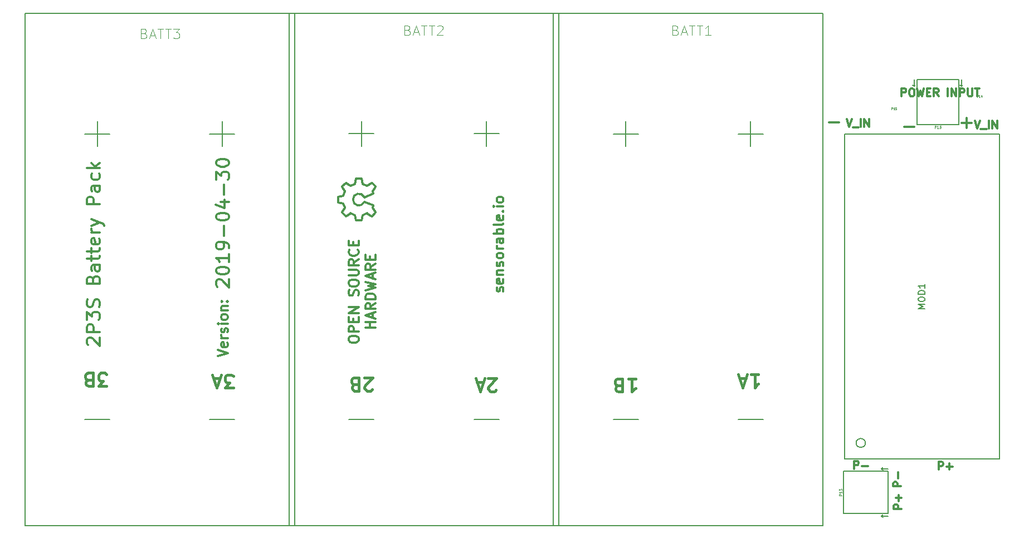
<source format=gto>
G04 #@! TF.GenerationSoftware,KiCad,Pcbnew,(5.0.2)-1*
G04 #@! TF.CreationDate,2019-04-27T17:24:52-04:00*
G04 #@! TF.ProjectId,2p3s-pwr-pack,32703373-2d70-4777-922d-7061636b2e6b,V1*
G04 #@! TF.SameCoordinates,Original*
G04 #@! TF.FileFunction,Legend,Top*
G04 #@! TF.FilePolarity,Positive*
%FSLAX46Y46*%
G04 Gerber Fmt 4.6, Leading zero omitted, Abs format (unit mm)*
G04 Created by KiCad (PCBNEW (5.0.2)-1) date 4/27/2019 5:24:52 PM*
%MOMM*%
%LPD*%
G01*
G04 APERTURE LIST*
%ADD10C,0.300000*%
%ADD11C,0.400000*%
%ADD12C,0.150000*%
%ADD13C,0.100000*%
%ADD14C,0.075000*%
G04 APERTURE END LIST*
D10*
X106679071Y-114339557D02*
X106679071Y-114053842D01*
X106750500Y-113910985D01*
X106893357Y-113768128D01*
X107179071Y-113696700D01*
X107679071Y-113696700D01*
X107964785Y-113768128D01*
X108107642Y-113910985D01*
X108179071Y-114053842D01*
X108179071Y-114339557D01*
X108107642Y-114482414D01*
X107964785Y-114625271D01*
X107679071Y-114696700D01*
X107179071Y-114696700D01*
X106893357Y-114625271D01*
X106750500Y-114482414D01*
X106679071Y-114339557D01*
X108179071Y-113053842D02*
X106679071Y-113053842D01*
X106679071Y-112482414D01*
X106750500Y-112339557D01*
X106821928Y-112268128D01*
X106964785Y-112196700D01*
X107179071Y-112196700D01*
X107321928Y-112268128D01*
X107393357Y-112339557D01*
X107464785Y-112482414D01*
X107464785Y-113053842D01*
X107393357Y-111553842D02*
X107393357Y-111053842D01*
X108179071Y-110839557D02*
X108179071Y-111553842D01*
X106679071Y-111553842D01*
X106679071Y-110839557D01*
X108179071Y-110196700D02*
X106679071Y-110196700D01*
X108179071Y-109339557D01*
X106679071Y-109339557D01*
X108107642Y-107553842D02*
X108179071Y-107339557D01*
X108179071Y-106982414D01*
X108107642Y-106839557D01*
X108036214Y-106768128D01*
X107893357Y-106696700D01*
X107750500Y-106696700D01*
X107607642Y-106768128D01*
X107536214Y-106839557D01*
X107464785Y-106982414D01*
X107393357Y-107268128D01*
X107321928Y-107410985D01*
X107250500Y-107482414D01*
X107107642Y-107553842D01*
X106964785Y-107553842D01*
X106821928Y-107482414D01*
X106750500Y-107410985D01*
X106679071Y-107268128D01*
X106679071Y-106910985D01*
X106750500Y-106696700D01*
X106679071Y-105768128D02*
X106679071Y-105482414D01*
X106750500Y-105339557D01*
X106893357Y-105196700D01*
X107179071Y-105125271D01*
X107679071Y-105125271D01*
X107964785Y-105196700D01*
X108107642Y-105339557D01*
X108179071Y-105482414D01*
X108179071Y-105768128D01*
X108107642Y-105910985D01*
X107964785Y-106053842D01*
X107679071Y-106125271D01*
X107179071Y-106125271D01*
X106893357Y-106053842D01*
X106750500Y-105910985D01*
X106679071Y-105768128D01*
X106679071Y-104482414D02*
X107893357Y-104482414D01*
X108036214Y-104410985D01*
X108107642Y-104339557D01*
X108179071Y-104196700D01*
X108179071Y-103910985D01*
X108107642Y-103768128D01*
X108036214Y-103696700D01*
X107893357Y-103625271D01*
X106679071Y-103625271D01*
X108179071Y-102053842D02*
X107464785Y-102553842D01*
X108179071Y-102910985D02*
X106679071Y-102910985D01*
X106679071Y-102339557D01*
X106750500Y-102196700D01*
X106821928Y-102125271D01*
X106964785Y-102053842D01*
X107179071Y-102053842D01*
X107321928Y-102125271D01*
X107393357Y-102196700D01*
X107464785Y-102339557D01*
X107464785Y-102910985D01*
X108036214Y-100553842D02*
X108107642Y-100625271D01*
X108179071Y-100839557D01*
X108179071Y-100982414D01*
X108107642Y-101196700D01*
X107964785Y-101339557D01*
X107821928Y-101410985D01*
X107536214Y-101482414D01*
X107321928Y-101482414D01*
X107036214Y-101410985D01*
X106893357Y-101339557D01*
X106750500Y-101196700D01*
X106679071Y-100982414D01*
X106679071Y-100839557D01*
X106750500Y-100625271D01*
X106821928Y-100553842D01*
X107393357Y-99910985D02*
X107393357Y-99410985D01*
X108179071Y-99196700D02*
X108179071Y-99910985D01*
X106679071Y-99910985D01*
X106679071Y-99196700D01*
X110729071Y-112446700D02*
X109229071Y-112446700D01*
X109943357Y-112446700D02*
X109943357Y-111589557D01*
X110729071Y-111589557D02*
X109229071Y-111589557D01*
X110300500Y-110946700D02*
X110300500Y-110232414D01*
X110729071Y-111089557D02*
X109229071Y-110589557D01*
X110729071Y-110089557D01*
X110729071Y-108732414D02*
X110014785Y-109232414D01*
X110729071Y-109589557D02*
X109229071Y-109589557D01*
X109229071Y-109018128D01*
X109300500Y-108875271D01*
X109371928Y-108803842D01*
X109514785Y-108732414D01*
X109729071Y-108732414D01*
X109871928Y-108803842D01*
X109943357Y-108875271D01*
X110014785Y-109018128D01*
X110014785Y-109589557D01*
X110729071Y-108089557D02*
X109229071Y-108089557D01*
X109229071Y-107732414D01*
X109300500Y-107518128D01*
X109443357Y-107375271D01*
X109586214Y-107303842D01*
X109871928Y-107232414D01*
X110086214Y-107232414D01*
X110371928Y-107303842D01*
X110514785Y-107375271D01*
X110657642Y-107518128D01*
X110729071Y-107732414D01*
X110729071Y-108089557D01*
X109229071Y-106732414D02*
X110729071Y-106375271D01*
X109657642Y-106089557D01*
X110729071Y-105803842D01*
X109229071Y-105446700D01*
X110300500Y-104946700D02*
X110300500Y-104232414D01*
X110729071Y-105089557D02*
X109229071Y-104589557D01*
X110729071Y-104089557D01*
X110729071Y-102732414D02*
X110014785Y-103232414D01*
X110729071Y-103589557D02*
X109229071Y-103589557D01*
X109229071Y-103018128D01*
X109300500Y-102875271D01*
X109371928Y-102803842D01*
X109514785Y-102732414D01*
X109729071Y-102732414D01*
X109871928Y-102803842D01*
X109943357Y-102875271D01*
X110014785Y-103018128D01*
X110014785Y-103589557D01*
X109943357Y-102089557D02*
X109943357Y-101589557D01*
X110729071Y-101375271D02*
X110729071Y-102089557D01*
X109229071Y-102089557D01*
X109229071Y-101375271D01*
X191135095Y-81829257D02*
X192658904Y-81829257D01*
X182365871Y-80648257D02*
X182765871Y-81848257D01*
X183165871Y-80648257D01*
X183280157Y-81962542D02*
X184194442Y-81962542D01*
X184480157Y-81848257D02*
X184480157Y-80648257D01*
X185051585Y-81848257D02*
X185051585Y-80648257D01*
X185737300Y-81848257D01*
X185737300Y-80648257D01*
X183473857Y-133930957D02*
X183473857Y-132730957D01*
X183931000Y-132730957D01*
X184045285Y-132788100D01*
X184102428Y-132845242D01*
X184159571Y-132959528D01*
X184159571Y-133130957D01*
X184102428Y-133245242D01*
X184045285Y-133302385D01*
X183931000Y-133359528D01*
X183473857Y-133359528D01*
X184673857Y-133473814D02*
X185588142Y-133473814D01*
D11*
X69896666Y-121328538D02*
X68658571Y-121328538D01*
X69325238Y-120566633D01*
X69039523Y-120566633D01*
X68849047Y-120471395D01*
X68753809Y-120376157D01*
X68658571Y-120185680D01*
X68658571Y-119709490D01*
X68753809Y-119519014D01*
X68849047Y-119423776D01*
X69039523Y-119328538D01*
X69610952Y-119328538D01*
X69801428Y-119423776D01*
X69896666Y-119519014D01*
X67134761Y-120376157D02*
X66849047Y-120280919D01*
X66753809Y-120185680D01*
X66658571Y-119995204D01*
X66658571Y-119709490D01*
X66753809Y-119519014D01*
X66849047Y-119423776D01*
X67039523Y-119328538D01*
X67801428Y-119328538D01*
X67801428Y-121328538D01*
X67134761Y-121328538D01*
X66944285Y-121233300D01*
X66849047Y-121138061D01*
X66753809Y-120947585D01*
X66753809Y-120757109D01*
X66849047Y-120566633D01*
X66944285Y-120471395D01*
X67134761Y-120376157D01*
X67801428Y-120376157D01*
X89134809Y-121595238D02*
X87896714Y-121595238D01*
X88563380Y-120833333D01*
X88277666Y-120833333D01*
X88087190Y-120738095D01*
X87991952Y-120642857D01*
X87896714Y-120452380D01*
X87896714Y-119976190D01*
X87991952Y-119785714D01*
X88087190Y-119690476D01*
X88277666Y-119595238D01*
X88849095Y-119595238D01*
X89039571Y-119690476D01*
X89134809Y-119785714D01*
X87134809Y-120166666D02*
X86182428Y-120166666D01*
X87325285Y-119595238D02*
X86658619Y-121595238D01*
X85991952Y-119595238D01*
X129038171Y-121948461D02*
X128942933Y-122043700D01*
X128752457Y-122138938D01*
X128276266Y-122138938D01*
X128085790Y-122043700D01*
X127990552Y-121948461D01*
X127895314Y-121757985D01*
X127895314Y-121567509D01*
X127990552Y-121281795D01*
X129133409Y-120138938D01*
X127895314Y-120138938D01*
X127133409Y-120710366D02*
X126181028Y-120710366D01*
X127323885Y-120138938D02*
X126657219Y-122138938D01*
X125990552Y-120138938D01*
X110245328Y-121859561D02*
X110150090Y-121954800D01*
X109959614Y-122050038D01*
X109483423Y-122050038D01*
X109292947Y-121954800D01*
X109197709Y-121859561D01*
X109102471Y-121669085D01*
X109102471Y-121478609D01*
X109197709Y-121192895D01*
X110340566Y-120050038D01*
X109102471Y-120050038D01*
X107578661Y-121097657D02*
X107292947Y-121002419D01*
X107197709Y-120907180D01*
X107102471Y-120716704D01*
X107102471Y-120430990D01*
X107197709Y-120240514D01*
X107292947Y-120145276D01*
X107483423Y-120050038D01*
X108245328Y-120050038D01*
X108245328Y-122050038D01*
X107578661Y-122050038D01*
X107388185Y-121954800D01*
X107292947Y-121859561D01*
X107197709Y-121669085D01*
X107197709Y-121478609D01*
X107292947Y-121288133D01*
X107388185Y-121192895D01*
X107578661Y-121097657D01*
X108245328Y-121097657D01*
X149158271Y-120202438D02*
X150301128Y-120202438D01*
X149729700Y-120202438D02*
X149729700Y-122202438D01*
X149920176Y-121916723D01*
X150110652Y-121726247D01*
X150301128Y-121631009D01*
X147634461Y-121250057D02*
X147348747Y-121154819D01*
X147253509Y-121059580D01*
X147158271Y-120869104D01*
X147158271Y-120583390D01*
X147253509Y-120392914D01*
X147348747Y-120297676D01*
X147539223Y-120202438D01*
X148301128Y-120202438D01*
X148301128Y-122202438D01*
X147634461Y-122202438D01*
X147443985Y-122107200D01*
X147348747Y-122011961D01*
X147253509Y-121821485D01*
X147253509Y-121631009D01*
X147348747Y-121440533D01*
X147443985Y-121345295D01*
X147634461Y-121250057D01*
X148301128Y-121250057D01*
X167811414Y-119567438D02*
X168954271Y-119567438D01*
X168382842Y-119567438D02*
X168382842Y-121567438D01*
X168573319Y-121281723D01*
X168763795Y-121091247D01*
X168954271Y-120996009D01*
X167049509Y-120138866D02*
X166097128Y-120138866D01*
X167239985Y-119567438D02*
X166573319Y-121567438D01*
X165906652Y-119567438D01*
D10*
X196342857Y-134042857D02*
X196342857Y-132842857D01*
X196800000Y-132842857D01*
X196914285Y-132900000D01*
X196971428Y-132957142D01*
X197028571Y-133071428D01*
X197028571Y-133242857D01*
X196971428Y-133357142D01*
X196914285Y-133414285D01*
X196800000Y-133471428D01*
X196342857Y-133471428D01*
X197542857Y-133585714D02*
X198457142Y-133585714D01*
X198000000Y-134042857D02*
X198000000Y-133128571D01*
X190636457Y-136591542D02*
X189436457Y-136591542D01*
X189436457Y-136134400D01*
X189493600Y-136020114D01*
X189550742Y-135962971D01*
X189665028Y-135905828D01*
X189836457Y-135905828D01*
X189950742Y-135962971D01*
X190007885Y-136020114D01*
X190065028Y-136134400D01*
X190065028Y-136591542D01*
X190179314Y-135391542D02*
X190179314Y-134477257D01*
X190712657Y-140020542D02*
X189512657Y-140020542D01*
X189512657Y-139563400D01*
X189569800Y-139449114D01*
X189626942Y-139391971D01*
X189741228Y-139334828D01*
X189912657Y-139334828D01*
X190026942Y-139391971D01*
X190084085Y-139449114D01*
X190141228Y-139563400D01*
X190141228Y-140020542D01*
X190255514Y-138820542D02*
X190255514Y-137906257D01*
X190712657Y-138363400D02*
X189798371Y-138363400D01*
X201834971Y-80902257D02*
X202234971Y-82102257D01*
X202634971Y-80902257D01*
X202749257Y-82216542D02*
X203663542Y-82216542D01*
X203949257Y-82102257D02*
X203949257Y-80902257D01*
X204520685Y-82102257D02*
X204520685Y-80902257D01*
X205206400Y-82102257D01*
X205206400Y-80902257D01*
X179705095Y-81194257D02*
X181228904Y-81194257D01*
X199847295Y-81245057D02*
X201371104Y-81245057D01*
X200609200Y-82006961D02*
X200609200Y-80483152D01*
X190716628Y-77225457D02*
X190716628Y-76025457D01*
X191173771Y-76025457D01*
X191288057Y-76082600D01*
X191345200Y-76139742D01*
X191402342Y-76254028D01*
X191402342Y-76425457D01*
X191345200Y-76539742D01*
X191288057Y-76596885D01*
X191173771Y-76654028D01*
X190716628Y-76654028D01*
X192145200Y-76025457D02*
X192373771Y-76025457D01*
X192488057Y-76082600D01*
X192602342Y-76196885D01*
X192659485Y-76425457D01*
X192659485Y-76825457D01*
X192602342Y-77054028D01*
X192488057Y-77168314D01*
X192373771Y-77225457D01*
X192145200Y-77225457D01*
X192030914Y-77168314D01*
X191916628Y-77054028D01*
X191859485Y-76825457D01*
X191859485Y-76425457D01*
X191916628Y-76196885D01*
X192030914Y-76082600D01*
X192145200Y-76025457D01*
X193059485Y-76025457D02*
X193345200Y-77225457D01*
X193573771Y-76368314D01*
X193802342Y-77225457D01*
X194088057Y-76025457D01*
X194545200Y-76596885D02*
X194945200Y-76596885D01*
X195116628Y-77225457D02*
X194545200Y-77225457D01*
X194545200Y-76025457D01*
X195116628Y-76025457D01*
X196316628Y-77225457D02*
X195916628Y-76654028D01*
X195630914Y-77225457D02*
X195630914Y-76025457D01*
X196088057Y-76025457D01*
X196202342Y-76082600D01*
X196259485Y-76139742D01*
X196316628Y-76254028D01*
X196316628Y-76425457D01*
X196259485Y-76539742D01*
X196202342Y-76596885D01*
X196088057Y-76654028D01*
X195630914Y-76654028D01*
X197745200Y-77225457D02*
X197745200Y-76025457D01*
X198316628Y-77225457D02*
X198316628Y-76025457D01*
X199002342Y-77225457D01*
X199002342Y-76025457D01*
X199573771Y-77225457D02*
X199573771Y-76025457D01*
X200030914Y-76025457D01*
X200145200Y-76082600D01*
X200202342Y-76139742D01*
X200259485Y-76254028D01*
X200259485Y-76425457D01*
X200202342Y-76539742D01*
X200145200Y-76596885D01*
X200030914Y-76654028D01*
X199573771Y-76654028D01*
X200773771Y-76025457D02*
X200773771Y-76996885D01*
X200830914Y-77111171D01*
X200888057Y-77168314D01*
X201002342Y-77225457D01*
X201230914Y-77225457D01*
X201345200Y-77168314D01*
X201402342Y-77111171D01*
X201459485Y-76996885D01*
X201459485Y-76025457D01*
X201859485Y-76025457D02*
X202545200Y-76025457D01*
X202202342Y-77225457D02*
X202202342Y-76025457D01*
X86706238Y-106214285D02*
X86611000Y-106119047D01*
X86515761Y-105928571D01*
X86515761Y-105452380D01*
X86611000Y-105261904D01*
X86706238Y-105166666D01*
X86896714Y-105071428D01*
X87087190Y-105071428D01*
X87372904Y-105166666D01*
X88515761Y-106309523D01*
X88515761Y-105071428D01*
X86515761Y-103833333D02*
X86515761Y-103642857D01*
X86611000Y-103452380D01*
X86706238Y-103357142D01*
X86896714Y-103261904D01*
X87277666Y-103166666D01*
X87753857Y-103166666D01*
X88134809Y-103261904D01*
X88325285Y-103357142D01*
X88420523Y-103452380D01*
X88515761Y-103642857D01*
X88515761Y-103833333D01*
X88420523Y-104023809D01*
X88325285Y-104119047D01*
X88134809Y-104214285D01*
X87753857Y-104309523D01*
X87277666Y-104309523D01*
X86896714Y-104214285D01*
X86706238Y-104119047D01*
X86611000Y-104023809D01*
X86515761Y-103833333D01*
X88515761Y-101261904D02*
X88515761Y-102404761D01*
X88515761Y-101833333D02*
X86515761Y-101833333D01*
X86801476Y-102023809D01*
X86991952Y-102214285D01*
X87087190Y-102404761D01*
X88515761Y-100309523D02*
X88515761Y-99928571D01*
X88420523Y-99738095D01*
X88325285Y-99642857D01*
X88039571Y-99452380D01*
X87658619Y-99357142D01*
X86896714Y-99357142D01*
X86706238Y-99452380D01*
X86611000Y-99547619D01*
X86515761Y-99738095D01*
X86515761Y-100119047D01*
X86611000Y-100309523D01*
X86706238Y-100404761D01*
X86896714Y-100500000D01*
X87372904Y-100500000D01*
X87563380Y-100404761D01*
X87658619Y-100309523D01*
X87753857Y-100119047D01*
X87753857Y-99738095D01*
X87658619Y-99547619D01*
X87563380Y-99452380D01*
X87372904Y-99357142D01*
X87753857Y-98500000D02*
X87753857Y-96976190D01*
X86515761Y-95642857D02*
X86515761Y-95452380D01*
X86611000Y-95261904D01*
X86706238Y-95166666D01*
X86896714Y-95071428D01*
X87277666Y-94976190D01*
X87753857Y-94976190D01*
X88134809Y-95071428D01*
X88325285Y-95166666D01*
X88420523Y-95261904D01*
X88515761Y-95452380D01*
X88515761Y-95642857D01*
X88420523Y-95833333D01*
X88325285Y-95928571D01*
X88134809Y-96023809D01*
X87753857Y-96119047D01*
X87277666Y-96119047D01*
X86896714Y-96023809D01*
X86706238Y-95928571D01*
X86611000Y-95833333D01*
X86515761Y-95642857D01*
X87182428Y-93261904D02*
X88515761Y-93261904D01*
X86420523Y-93738095D02*
X87849095Y-94214285D01*
X87849095Y-92976190D01*
X87753857Y-92214285D02*
X87753857Y-90690476D01*
X86515761Y-89928571D02*
X86515761Y-88690476D01*
X87277666Y-89357142D01*
X87277666Y-89071428D01*
X87372904Y-88880952D01*
X87468142Y-88785714D01*
X87658619Y-88690476D01*
X88134809Y-88690476D01*
X88325285Y-88785714D01*
X88420523Y-88880952D01*
X88515761Y-89071428D01*
X88515761Y-89642857D01*
X88420523Y-89833333D01*
X88325285Y-89928571D01*
X86515761Y-87452380D02*
X86515761Y-87261904D01*
X86611000Y-87071428D01*
X86706238Y-86976190D01*
X86896714Y-86880952D01*
X87277666Y-86785714D01*
X87753857Y-86785714D01*
X88134809Y-86880952D01*
X88325285Y-86976190D01*
X88420523Y-87071428D01*
X88515761Y-87261904D01*
X88515761Y-87452380D01*
X88420523Y-87642857D01*
X88325285Y-87738095D01*
X88134809Y-87833333D01*
X87753857Y-87928571D01*
X87277666Y-87928571D01*
X86896714Y-87833333D01*
X86706238Y-87738095D01*
X86611000Y-87642857D01*
X86515761Y-87452380D01*
X130107142Y-106928571D02*
X130178571Y-106785714D01*
X130178571Y-106500000D01*
X130107142Y-106357142D01*
X129964285Y-106285714D01*
X129892857Y-106285714D01*
X129750000Y-106357142D01*
X129678571Y-106500000D01*
X129678571Y-106714285D01*
X129607142Y-106857142D01*
X129464285Y-106928571D01*
X129392857Y-106928571D01*
X129250000Y-106857142D01*
X129178571Y-106714285D01*
X129178571Y-106500000D01*
X129250000Y-106357142D01*
X130107142Y-105071428D02*
X130178571Y-105214285D01*
X130178571Y-105500000D01*
X130107142Y-105642857D01*
X129964285Y-105714285D01*
X129392857Y-105714285D01*
X129250000Y-105642857D01*
X129178571Y-105500000D01*
X129178571Y-105214285D01*
X129250000Y-105071428D01*
X129392857Y-105000000D01*
X129535714Y-105000000D01*
X129678571Y-105714285D01*
X129178571Y-104357142D02*
X130178571Y-104357142D01*
X129321428Y-104357142D02*
X129250000Y-104285714D01*
X129178571Y-104142857D01*
X129178571Y-103928571D01*
X129250000Y-103785714D01*
X129392857Y-103714285D01*
X130178571Y-103714285D01*
X130107142Y-103071428D02*
X130178571Y-102928571D01*
X130178571Y-102642857D01*
X130107142Y-102500000D01*
X129964285Y-102428571D01*
X129892857Y-102428571D01*
X129750000Y-102500000D01*
X129678571Y-102642857D01*
X129678571Y-102857142D01*
X129607142Y-103000000D01*
X129464285Y-103071428D01*
X129392857Y-103071428D01*
X129250000Y-103000000D01*
X129178571Y-102857142D01*
X129178571Y-102642857D01*
X129250000Y-102500000D01*
X130178571Y-101571428D02*
X130107142Y-101714285D01*
X130035714Y-101785714D01*
X129892857Y-101857142D01*
X129464285Y-101857142D01*
X129321428Y-101785714D01*
X129250000Y-101714285D01*
X129178571Y-101571428D01*
X129178571Y-101357142D01*
X129250000Y-101214285D01*
X129321428Y-101142857D01*
X129464285Y-101071428D01*
X129892857Y-101071428D01*
X130035714Y-101142857D01*
X130107142Y-101214285D01*
X130178571Y-101357142D01*
X130178571Y-101571428D01*
X130178571Y-100428571D02*
X129178571Y-100428571D01*
X129464285Y-100428571D02*
X129321428Y-100357142D01*
X129250000Y-100285714D01*
X129178571Y-100142857D01*
X129178571Y-100000000D01*
X130178571Y-98857142D02*
X129392857Y-98857142D01*
X129250000Y-98928571D01*
X129178571Y-99071428D01*
X129178571Y-99357142D01*
X129250000Y-99500000D01*
X130107142Y-98857142D02*
X130178571Y-99000000D01*
X130178571Y-99357142D01*
X130107142Y-99500000D01*
X129964285Y-99571428D01*
X129821428Y-99571428D01*
X129678571Y-99500000D01*
X129607142Y-99357142D01*
X129607142Y-99000000D01*
X129535714Y-98857142D01*
X130178571Y-98142857D02*
X128678571Y-98142857D01*
X129250000Y-98142857D02*
X129178571Y-98000000D01*
X129178571Y-97714285D01*
X129250000Y-97571428D01*
X129321428Y-97500000D01*
X129464285Y-97428571D01*
X129892857Y-97428571D01*
X130035714Y-97500000D01*
X130107142Y-97571428D01*
X130178571Y-97714285D01*
X130178571Y-98000000D01*
X130107142Y-98142857D01*
X130178571Y-96571428D02*
X130107142Y-96714285D01*
X129964285Y-96785714D01*
X128678571Y-96785714D01*
X130107142Y-95428571D02*
X130178571Y-95571428D01*
X130178571Y-95857142D01*
X130107142Y-96000000D01*
X129964285Y-96071428D01*
X129392857Y-96071428D01*
X129250000Y-96000000D01*
X129178571Y-95857142D01*
X129178571Y-95571428D01*
X129250000Y-95428571D01*
X129392857Y-95357142D01*
X129535714Y-95357142D01*
X129678571Y-96071428D01*
X130035714Y-94714285D02*
X130107142Y-94642857D01*
X130178571Y-94714285D01*
X130107142Y-94785714D01*
X130035714Y-94714285D01*
X130178571Y-94714285D01*
X130178571Y-94000000D02*
X129178571Y-94000000D01*
X128678571Y-94000000D02*
X128750000Y-94071428D01*
X128821428Y-94000000D01*
X128750000Y-93928571D01*
X128678571Y-94000000D01*
X128821428Y-94000000D01*
X130178571Y-93071428D02*
X130107142Y-93214285D01*
X130035714Y-93285714D01*
X129892857Y-93357142D01*
X129464285Y-93357142D01*
X129321428Y-93285714D01*
X129250000Y-93214285D01*
X129178571Y-93071428D01*
X129178571Y-92857142D01*
X129250000Y-92714285D01*
X129321428Y-92642857D01*
X129464285Y-92571428D01*
X129892857Y-92571428D01*
X130035714Y-92642857D01*
X130107142Y-92714285D01*
X130178571Y-92857142D01*
X130178571Y-93071428D01*
X110761115Y-90958381D02*
G75*
G02X110766100Y-91010535I-29096J-29096D01*
G01*
X110766100Y-91010535D02*
X110329819Y-91655397D01*
X110424878Y-92041262D02*
X109102746Y-92581094D01*
X110325884Y-91694201D02*
G75*
G02X110329819Y-91655397I38016J15747D01*
G01*
X110210150Y-90407416D02*
X110761115Y-90958381D01*
X109513134Y-90838712D02*
X110157996Y-90402431D01*
X109102747Y-92581095D02*
G75*
G02X109049813Y-92560204I-15555J38096D01*
G01*
X108621436Y-89749348D02*
G75*
G02X108661838Y-89782702I-1J-41148D01*
G01*
X110447340Y-91987421D02*
G75*
G02X110424878Y-92041262I-38016J-15746D01*
G01*
X108661838Y-89782702D02*
X108809327Y-90547185D01*
X109513134Y-90838712D02*
G75*
G02X109474330Y-90842647I-23057J34081D01*
G01*
X110325884Y-91694201D02*
X110447340Y-91987421D01*
X108833983Y-90577406D02*
G75*
G02X108809327Y-90547185I15747J38015D01*
G01*
X108833983Y-90577406D02*
X109474330Y-90842647D01*
X110157996Y-90402430D02*
G75*
G02X110210150Y-90407416I23057J-34082D01*
G01*
X106137803Y-94179175D02*
G75*
G02X106133867Y-94217979I-38016J-15746D01*
G01*
X107654360Y-90547185D02*
X107801849Y-89782702D01*
X106950552Y-95034663D02*
X106305690Y-95470945D01*
X108809327Y-95326190D02*
G75*
G02X108833983Y-95295969I40403J-7795D01*
G01*
X106950553Y-95034664D02*
G75*
G02X106989356Y-95030729I23057J-34080D01*
G01*
X107801849Y-96090674D02*
X107654360Y-95326190D01*
X105872562Y-92334547D02*
G75*
G02X105842341Y-92359204I-38016J15746D01*
G01*
X107654359Y-90547185D02*
G75*
G02X107629704Y-90577406I-40402J7794D01*
G01*
X106989356Y-90842647D02*
X107629704Y-90577406D01*
X106989356Y-90842647D02*
G75*
G02X106950552Y-90838712I-15746J38016D01*
G01*
X106133867Y-91655397D02*
X105697586Y-91010535D01*
X105077857Y-93366682D02*
G75*
G02X105044504Y-93326279I7795J40403D01*
G01*
X108809327Y-95326190D02*
X108661838Y-96090674D01*
X110447340Y-93885955D02*
X110325884Y-94179174D01*
X110766100Y-94862841D02*
G75*
G02X110761115Y-94914994I-34081J-23057D01*
G01*
X106305690Y-90402431D02*
X106950552Y-90838712D01*
X105702571Y-90958381D02*
X106253537Y-90407416D01*
X105697586Y-91010534D02*
G75*
G02X105702571Y-90958381I34081J23057D01*
G01*
X105077857Y-92506693D02*
X105842341Y-92359204D01*
X106133867Y-91655398D02*
G75*
G02X106137802Y-91694201I-34080J-23056D01*
G01*
X105872562Y-92334548D02*
X106137802Y-91694201D01*
X105044504Y-92547096D02*
G75*
G02X105077857Y-92506693I41148J0D01*
G01*
X108661838Y-96090674D02*
G75*
G02X108621435Y-96124027I-40403J7795D01*
G01*
X110157996Y-95470945D02*
X109513134Y-95034663D01*
X105044504Y-93326279D02*
X105044504Y-92547096D01*
X106305690Y-95470945D02*
G75*
G02X106253537Y-95465960I-23057J34081D01*
G01*
X105842341Y-93514171D02*
X105077857Y-93366682D01*
X105842341Y-93514171D02*
G75*
G02X105872562Y-93538827I-7795J-40403D01*
G01*
X109102746Y-93292281D02*
X110424878Y-93832113D01*
X105702571Y-94914994D02*
G75*
G02X105697586Y-94862840I29096J29096D01*
G01*
X110329819Y-94217978D02*
G75*
G02X110325884Y-94179174I34081J23057D01*
G01*
X109474330Y-95030728D02*
G75*
G02X109513134Y-95034663I15747J-38016D01*
G01*
X105697586Y-94862840D02*
X106133867Y-94217979D01*
X106253537Y-95465960D02*
X105702571Y-94914994D01*
X107629704Y-95295969D02*
X106989356Y-95030729D01*
X107629703Y-95295969D02*
G75*
G02X107654360Y-95326190I-15746J-38016D01*
G01*
X107842252Y-96124027D02*
G75*
G02X107801849Y-96090674I0J41148D01*
G01*
X108621435Y-96124027D02*
X107842252Y-96124027D01*
X110761115Y-94914994D02*
X110210150Y-95465960D01*
X109049813Y-93313172D02*
G75*
G02X109102746Y-93292281I37379J-17204D01*
G01*
X110210149Y-95465960D02*
G75*
G02X110157996Y-95470945I-29096J29096D01*
G01*
X109474330Y-95030729D02*
X108833983Y-95295969D01*
X110329819Y-94217979D02*
X110766100Y-94862840D01*
X110424879Y-93832113D02*
G75*
G02X110447340Y-93885955I-15555J-38095D01*
G01*
X106253537Y-90407416D02*
G75*
G02X106305690Y-90402431I29096J-29096D01*
G01*
X106137802Y-94179174D02*
X105872562Y-93538827D01*
X107842252Y-89749348D02*
X108621435Y-89749348D01*
X107801849Y-89782701D02*
G75*
G02X107842252Y-89749348I40403J-7795D01*
G01*
X109049813Y-93313172D02*
G75*
G02X109049813Y-92560204I-817970J376484D01*
G01*
X86789571Y-116785714D02*
X88289571Y-116285714D01*
X86789571Y-115785714D01*
X88218142Y-114714285D02*
X88289571Y-114857142D01*
X88289571Y-115142857D01*
X88218142Y-115285714D01*
X88075285Y-115357142D01*
X87503857Y-115357142D01*
X87361000Y-115285714D01*
X87289571Y-115142857D01*
X87289571Y-114857142D01*
X87361000Y-114714285D01*
X87503857Y-114642857D01*
X87646714Y-114642857D01*
X87789571Y-115357142D01*
X88289571Y-114000000D02*
X87289571Y-114000000D01*
X87575285Y-114000000D02*
X87432428Y-113928571D01*
X87361000Y-113857142D01*
X87289571Y-113714285D01*
X87289571Y-113571428D01*
X88218142Y-113142857D02*
X88289571Y-113000000D01*
X88289571Y-112714285D01*
X88218142Y-112571428D01*
X88075285Y-112500000D01*
X88003857Y-112500000D01*
X87861000Y-112571428D01*
X87789571Y-112714285D01*
X87789571Y-112928571D01*
X87718142Y-113071428D01*
X87575285Y-113142857D01*
X87503857Y-113142857D01*
X87361000Y-113071428D01*
X87289571Y-112928571D01*
X87289571Y-112714285D01*
X87361000Y-112571428D01*
X88289571Y-111857142D02*
X87289571Y-111857142D01*
X86789571Y-111857142D02*
X86861000Y-111928571D01*
X86932428Y-111857142D01*
X86861000Y-111785714D01*
X86789571Y-111857142D01*
X86932428Y-111857142D01*
X88289571Y-110928571D02*
X88218142Y-111071428D01*
X88146714Y-111142857D01*
X88003857Y-111214285D01*
X87575285Y-111214285D01*
X87432428Y-111142857D01*
X87361000Y-111071428D01*
X87289571Y-110928571D01*
X87289571Y-110714285D01*
X87361000Y-110571428D01*
X87432428Y-110500000D01*
X87575285Y-110428571D01*
X88003857Y-110428571D01*
X88146714Y-110500000D01*
X88218142Y-110571428D01*
X88289571Y-110714285D01*
X88289571Y-110928571D01*
X87289571Y-109785714D02*
X88289571Y-109785714D01*
X87432428Y-109785714D02*
X87361000Y-109714285D01*
X87289571Y-109571428D01*
X87289571Y-109357142D01*
X87361000Y-109214285D01*
X87503857Y-109142857D01*
X88289571Y-109142857D01*
X88146714Y-108428571D02*
X88218142Y-108357142D01*
X88289571Y-108428571D01*
X88218142Y-108500000D01*
X88146714Y-108428571D01*
X88289571Y-108428571D01*
X87361000Y-108428571D02*
X87432428Y-108357142D01*
X87503857Y-108428571D01*
X87432428Y-108500000D01*
X87361000Y-108428571D01*
X87503857Y-108428571D01*
X67075238Y-115090442D02*
X66980000Y-114995204D01*
X66884761Y-114804728D01*
X66884761Y-114328538D01*
X66980000Y-114138061D01*
X67075238Y-114042823D01*
X67265714Y-113947585D01*
X67456190Y-113947585D01*
X67741904Y-114042823D01*
X68884761Y-115185680D01*
X68884761Y-113947585D01*
X68884761Y-113090442D02*
X66884761Y-113090442D01*
X66884761Y-112328538D01*
X66980000Y-112138061D01*
X67075238Y-112042823D01*
X67265714Y-111947585D01*
X67551428Y-111947585D01*
X67741904Y-112042823D01*
X67837142Y-112138061D01*
X67932380Y-112328538D01*
X67932380Y-113090442D01*
X66884761Y-111280919D02*
X66884761Y-110042823D01*
X67646666Y-110709490D01*
X67646666Y-110423776D01*
X67741904Y-110233300D01*
X67837142Y-110138061D01*
X68027619Y-110042823D01*
X68503809Y-110042823D01*
X68694285Y-110138061D01*
X68789523Y-110233300D01*
X68884761Y-110423776D01*
X68884761Y-110995204D01*
X68789523Y-111185680D01*
X68694285Y-111280919D01*
X68789523Y-109280919D02*
X68884761Y-108995204D01*
X68884761Y-108519014D01*
X68789523Y-108328538D01*
X68694285Y-108233300D01*
X68503809Y-108138061D01*
X68313333Y-108138061D01*
X68122857Y-108233300D01*
X68027619Y-108328538D01*
X67932380Y-108519014D01*
X67837142Y-108899966D01*
X67741904Y-109090442D01*
X67646666Y-109185680D01*
X67456190Y-109280919D01*
X67265714Y-109280919D01*
X67075238Y-109185680D01*
X66980000Y-109090442D01*
X66884761Y-108899966D01*
X66884761Y-108423776D01*
X66980000Y-108138061D01*
X67837142Y-105090442D02*
X67932380Y-104804728D01*
X68027619Y-104709490D01*
X68218095Y-104614252D01*
X68503809Y-104614252D01*
X68694285Y-104709490D01*
X68789523Y-104804728D01*
X68884761Y-104995204D01*
X68884761Y-105757109D01*
X66884761Y-105757109D01*
X66884761Y-105090442D01*
X66980000Y-104899966D01*
X67075238Y-104804728D01*
X67265714Y-104709490D01*
X67456190Y-104709490D01*
X67646666Y-104804728D01*
X67741904Y-104899966D01*
X67837142Y-105090442D01*
X67837142Y-105757109D01*
X68884761Y-102899966D02*
X67837142Y-102899966D01*
X67646666Y-102995204D01*
X67551428Y-103185680D01*
X67551428Y-103566633D01*
X67646666Y-103757109D01*
X68789523Y-102899966D02*
X68884761Y-103090442D01*
X68884761Y-103566633D01*
X68789523Y-103757109D01*
X68599047Y-103852347D01*
X68408571Y-103852347D01*
X68218095Y-103757109D01*
X68122857Y-103566633D01*
X68122857Y-103090442D01*
X68027619Y-102899966D01*
X67551428Y-102233300D02*
X67551428Y-101471395D01*
X66884761Y-101947585D02*
X68599047Y-101947585D01*
X68789523Y-101852347D01*
X68884761Y-101661871D01*
X68884761Y-101471395D01*
X67551428Y-101090442D02*
X67551428Y-100328538D01*
X66884761Y-100804728D02*
X68599047Y-100804728D01*
X68789523Y-100709490D01*
X68884761Y-100519014D01*
X68884761Y-100328538D01*
X68789523Y-98899966D02*
X68884761Y-99090442D01*
X68884761Y-99471395D01*
X68789523Y-99661871D01*
X68599047Y-99757109D01*
X67837142Y-99757109D01*
X67646666Y-99661871D01*
X67551428Y-99471395D01*
X67551428Y-99090442D01*
X67646666Y-98899966D01*
X67837142Y-98804728D01*
X68027619Y-98804728D01*
X68218095Y-99757109D01*
X68884761Y-97947585D02*
X67551428Y-97947585D01*
X67932380Y-97947585D02*
X67741904Y-97852347D01*
X67646666Y-97757109D01*
X67551428Y-97566633D01*
X67551428Y-97376157D01*
X67551428Y-96899966D02*
X68884761Y-96423776D01*
X67551428Y-95947585D02*
X68884761Y-96423776D01*
X69360952Y-96614252D01*
X69456190Y-96709490D01*
X69551428Y-96899966D01*
X68884761Y-93661871D02*
X66884761Y-93661871D01*
X66884761Y-92899966D01*
X66980000Y-92709490D01*
X67075238Y-92614252D01*
X67265714Y-92519014D01*
X67551428Y-92519014D01*
X67741904Y-92614252D01*
X67837142Y-92709490D01*
X67932380Y-92899966D01*
X67932380Y-93661871D01*
X68884761Y-90804728D02*
X67837142Y-90804728D01*
X67646666Y-90899966D01*
X67551428Y-91090442D01*
X67551428Y-91471395D01*
X67646666Y-91661871D01*
X68789523Y-90804728D02*
X68884761Y-90995204D01*
X68884761Y-91471395D01*
X68789523Y-91661871D01*
X68599047Y-91757109D01*
X68408571Y-91757109D01*
X68218095Y-91661871D01*
X68122857Y-91471395D01*
X68122857Y-90995204D01*
X68027619Y-90804728D01*
X68789523Y-88995204D02*
X68884761Y-89185680D01*
X68884761Y-89566633D01*
X68789523Y-89757109D01*
X68694285Y-89852347D01*
X68503809Y-89947585D01*
X67932380Y-89947585D01*
X67741904Y-89852347D01*
X67646666Y-89757109D01*
X67551428Y-89566633D01*
X67551428Y-89185680D01*
X67646666Y-88995204D01*
X68884761Y-88138061D02*
X66884761Y-88138061D01*
X68122857Y-87947585D02*
X68884761Y-87376157D01*
X67551428Y-87376157D02*
X68313333Y-88138061D01*
D12*
G04 #@! TO.C,MOD1*
X185202101Y-129988500D02*
G75*
G03X185202101Y-129988500I-698962J0D01*
G01*
X182050000Y-82950000D02*
X182050000Y-132450000D01*
X205550000Y-82950000D02*
X182050000Y-82950000D01*
X205550000Y-82950000D02*
X205550000Y-132450000D01*
X205550000Y-132450000D02*
X182050000Y-132450000D01*
G04 #@! TO.C,BATT1*
X137775001Y-64575001D02*
X137775001Y-142575001D01*
X178775001Y-64575001D02*
X137775001Y-64575001D01*
X178775001Y-142575001D02*
X178775001Y-64575001D01*
X137775001Y-142575001D02*
X178775001Y-142575001D01*
G04 #@! TO.C,BATT3*
X57475001Y-142575001D02*
X98475001Y-142575001D01*
X98475001Y-142575001D02*
X98475001Y-64575001D01*
X98475001Y-64575001D02*
X57475001Y-64575001D01*
X57475001Y-64575001D02*
X57475001Y-142575001D01*
G04 #@! TO.C,BATT2*
X97616600Y-64555800D02*
X97616600Y-142555800D01*
X138616600Y-64555800D02*
X97616600Y-64555800D01*
X138616600Y-142555800D02*
X138616600Y-64555800D01*
X97616600Y-142555800D02*
X138616600Y-142555800D01*
G04 #@! TO.C,P13*
X188650000Y-141100000D02*
X187650000Y-141100000D01*
X187650000Y-141100000D02*
X187850000Y-140900000D01*
X187650000Y-141100000D02*
X187850000Y-141300000D01*
X187650000Y-133900000D02*
X187850000Y-133700000D01*
X187650000Y-133900000D02*
X187850000Y-134100000D01*
X188650000Y-133900000D02*
X187650000Y-133900000D01*
X188650000Y-134300000D02*
X188650000Y-140700000D01*
X181850000Y-134300000D02*
X188650000Y-134300000D01*
X181850000Y-140700000D02*
X181850000Y-134300000D01*
X188650000Y-140700000D02*
X181850000Y-140700000D01*
G04 #@! TO.C,P16*
X199415000Y-74705000D02*
X199415000Y-81505000D01*
X199415000Y-81505000D02*
X193015000Y-81505000D01*
X193015000Y-81505000D02*
X193015000Y-74705000D01*
X193015000Y-74705000D02*
X199415000Y-74705000D01*
X192615000Y-74705000D02*
X192615000Y-75705000D01*
X192615000Y-75705000D02*
X192815000Y-75505000D01*
X192615000Y-75705000D02*
X192415000Y-75505000D01*
X199815000Y-75705000D02*
X200015000Y-75505000D01*
X199815000Y-75705000D02*
X199615000Y-75505000D01*
X199815000Y-74705000D02*
X199815000Y-75705000D01*
G04 #@! TO.C,MOD1*
X194252380Y-109533333D02*
X193252380Y-109533333D01*
X193966666Y-109200000D01*
X193252380Y-108866666D01*
X194252380Y-108866666D01*
X193252380Y-108200000D02*
X193252380Y-108009523D01*
X193300000Y-107914285D01*
X193395238Y-107819047D01*
X193585714Y-107771428D01*
X193919047Y-107771428D01*
X194109523Y-107819047D01*
X194204761Y-107914285D01*
X194252380Y-108009523D01*
X194252380Y-108200000D01*
X194204761Y-108295238D01*
X194109523Y-108390476D01*
X193919047Y-108438095D01*
X193585714Y-108438095D01*
X193395238Y-108390476D01*
X193300000Y-108295238D01*
X193252380Y-108200000D01*
X194252380Y-107342857D02*
X193252380Y-107342857D01*
X193252380Y-107104761D01*
X193300000Y-106961904D01*
X193395238Y-106866666D01*
X193490476Y-106819047D01*
X193680952Y-106771428D01*
X193823809Y-106771428D01*
X194014285Y-106819047D01*
X194109523Y-106866666D01*
X194204761Y-106961904D01*
X194252380Y-107104761D01*
X194252380Y-107342857D01*
X194252380Y-105819047D02*
X194252380Y-106390476D01*
X194252380Y-106104761D02*
X193252380Y-106104761D01*
X193395238Y-106200000D01*
X193490476Y-106295238D01*
X193538095Y-106390476D01*
G04 #@! TO.C,BATT1*
D13*
X156357142Y-67142857D02*
X156571428Y-67214285D01*
X156642857Y-67285714D01*
X156714285Y-67428571D01*
X156714285Y-67642857D01*
X156642857Y-67785714D01*
X156571428Y-67857142D01*
X156428571Y-67928571D01*
X155857142Y-67928571D01*
X155857142Y-66428571D01*
X156357142Y-66428571D01*
X156500000Y-66500000D01*
X156571428Y-66571428D01*
X156642857Y-66714285D01*
X156642857Y-66857142D01*
X156571428Y-67000000D01*
X156500000Y-67071428D01*
X156357142Y-67142857D01*
X155857142Y-67142857D01*
X157285714Y-67500000D02*
X158000000Y-67500000D01*
X157142857Y-67928571D02*
X157642857Y-66428571D01*
X158142857Y-67928571D01*
X158428571Y-66428571D02*
X159285714Y-66428571D01*
X158857142Y-67928571D02*
X158857142Y-66428571D01*
X159571428Y-66428571D02*
X160428571Y-66428571D01*
X160000000Y-67928571D02*
X160000000Y-66428571D01*
X161714285Y-67928571D02*
X160857142Y-67928571D01*
X161285714Y-67928571D02*
X161285714Y-66428571D01*
X161142857Y-66642857D01*
X161000000Y-66785714D01*
X160857142Y-66857142D01*
D12*
X146870239Y-126432143D02*
X150679762Y-126432143D01*
X165870239Y-126432143D02*
X169679762Y-126432143D01*
X165870239Y-82932143D02*
X169679762Y-82932143D01*
X167775001Y-84836905D02*
X167775001Y-81027381D01*
X146870239Y-82932143D02*
X150679762Y-82932143D01*
X148775001Y-84836905D02*
X148775001Y-81027381D01*
G04 #@! TO.C,BATT3*
D13*
X75607142Y-67642857D02*
X75821428Y-67714285D01*
X75892857Y-67785714D01*
X75964285Y-67928571D01*
X75964285Y-68142857D01*
X75892857Y-68285714D01*
X75821428Y-68357142D01*
X75678571Y-68428571D01*
X75107142Y-68428571D01*
X75107142Y-66928571D01*
X75607142Y-66928571D01*
X75750000Y-67000000D01*
X75821428Y-67071428D01*
X75892857Y-67214285D01*
X75892857Y-67357142D01*
X75821428Y-67500000D01*
X75750000Y-67571428D01*
X75607142Y-67642857D01*
X75107142Y-67642857D01*
X76535714Y-68000000D02*
X77250000Y-68000000D01*
X76392857Y-68428571D02*
X76892857Y-66928571D01*
X77392857Y-68428571D01*
X77678571Y-66928571D02*
X78535714Y-66928571D01*
X78107142Y-68428571D02*
X78107142Y-66928571D01*
X78821428Y-66928571D02*
X79678571Y-66928571D01*
X79250000Y-68428571D02*
X79250000Y-66928571D01*
X80035714Y-66928571D02*
X80964285Y-66928571D01*
X80464285Y-67500000D01*
X80678571Y-67500000D01*
X80821428Y-67571428D01*
X80892857Y-67642857D01*
X80964285Y-67785714D01*
X80964285Y-68142857D01*
X80892857Y-68285714D01*
X80821428Y-68357142D01*
X80678571Y-68428571D01*
X80250000Y-68428571D01*
X80107142Y-68357142D01*
X80035714Y-68285714D01*
D12*
X66570239Y-82932143D02*
X70379762Y-82932143D01*
X68475001Y-84836905D02*
X68475001Y-81027381D01*
X85570239Y-82932143D02*
X89379762Y-82932143D01*
X87475001Y-84836905D02*
X87475001Y-81027381D01*
X85570239Y-126432143D02*
X89379762Y-126432143D01*
X66570239Y-126432143D02*
X70379762Y-126432143D01*
G04 #@! TO.C,BATT2*
D13*
X115647542Y-67152057D02*
X115861828Y-67223485D01*
X115933257Y-67294914D01*
X116004685Y-67437771D01*
X116004685Y-67652057D01*
X115933257Y-67794914D01*
X115861828Y-67866342D01*
X115718971Y-67937771D01*
X115147542Y-67937771D01*
X115147542Y-66437771D01*
X115647542Y-66437771D01*
X115790400Y-66509200D01*
X115861828Y-66580628D01*
X115933257Y-66723485D01*
X115933257Y-66866342D01*
X115861828Y-67009200D01*
X115790400Y-67080628D01*
X115647542Y-67152057D01*
X115147542Y-67152057D01*
X116576114Y-67509200D02*
X117290400Y-67509200D01*
X116433257Y-67937771D02*
X116933257Y-66437771D01*
X117433257Y-67937771D01*
X117718971Y-66437771D02*
X118576114Y-66437771D01*
X118147542Y-67937771D02*
X118147542Y-66437771D01*
X118861828Y-66437771D02*
X119718971Y-66437771D01*
X119290400Y-67937771D02*
X119290400Y-66437771D01*
X120147542Y-66580628D02*
X120218971Y-66509200D01*
X120361828Y-66437771D01*
X120718971Y-66437771D01*
X120861828Y-66509200D01*
X120933257Y-66580628D01*
X121004685Y-66723485D01*
X121004685Y-66866342D01*
X120933257Y-67080628D01*
X120076114Y-67937771D01*
X121004685Y-67937771D01*
D12*
X106711838Y-126412942D02*
X110521361Y-126412942D01*
X125711838Y-126412942D02*
X129521361Y-126412942D01*
X125711838Y-82912942D02*
X129521361Y-82912942D01*
X127616600Y-84817704D02*
X127616600Y-81008180D01*
X106711838Y-82912942D02*
X110521361Y-82912942D01*
X108616600Y-84817704D02*
X108616600Y-81008180D01*
G04 #@! TO.C,P13*
D13*
X181630952Y-137985714D02*
X181230952Y-137985714D01*
X181230952Y-137833333D01*
X181250000Y-137795238D01*
X181269047Y-137776190D01*
X181307142Y-137757142D01*
X181364285Y-137757142D01*
X181402380Y-137776190D01*
X181421428Y-137795238D01*
X181440476Y-137833333D01*
X181440476Y-137985714D01*
X181630952Y-137376190D02*
X181630952Y-137604761D01*
X181630952Y-137490476D02*
X181230952Y-137490476D01*
X181288095Y-137528571D01*
X181326190Y-137566666D01*
X181345238Y-137604761D01*
X181230952Y-137242857D02*
X181230952Y-136995238D01*
X181383333Y-137128571D01*
X181383333Y-137071428D01*
X181402380Y-137033333D01*
X181421428Y-137014285D01*
X181459523Y-136995238D01*
X181554761Y-136995238D01*
X181592857Y-137014285D01*
X181611904Y-137033333D01*
X181630952Y-137071428D01*
X181630952Y-137185714D01*
X181611904Y-137223809D01*
X181592857Y-137242857D01*
G04 #@! TO.C,P14*
D14*
X202200714Y-77340714D02*
X202200714Y-77040714D01*
X202315000Y-77040714D01*
X202343571Y-77055000D01*
X202357857Y-77069285D01*
X202372142Y-77097857D01*
X202372142Y-77140714D01*
X202357857Y-77169285D01*
X202343571Y-77183571D01*
X202315000Y-77197857D01*
X202200714Y-77197857D01*
X202657857Y-77340714D02*
X202486428Y-77340714D01*
X202572142Y-77340714D02*
X202572142Y-77040714D01*
X202543571Y-77083571D01*
X202515000Y-77112142D01*
X202486428Y-77126428D01*
X202915000Y-77140714D02*
X202915000Y-77340714D01*
X202843571Y-77026428D02*
X202772142Y-77240714D01*
X202957857Y-77240714D01*
G04 #@! TO.C,P15*
X189195914Y-79245714D02*
X189195914Y-78945714D01*
X189310200Y-78945714D01*
X189338771Y-78960000D01*
X189353057Y-78974285D01*
X189367342Y-79002857D01*
X189367342Y-79045714D01*
X189353057Y-79074285D01*
X189338771Y-79088571D01*
X189310200Y-79102857D01*
X189195914Y-79102857D01*
X189653057Y-79245714D02*
X189481628Y-79245714D01*
X189567342Y-79245714D02*
X189567342Y-78945714D01*
X189538771Y-78988571D01*
X189510200Y-79017142D01*
X189481628Y-79031428D01*
X189924485Y-78945714D02*
X189781628Y-78945714D01*
X189767342Y-79088571D01*
X189781628Y-79074285D01*
X189810200Y-79060000D01*
X189881628Y-79060000D01*
X189910200Y-79074285D01*
X189924485Y-79088571D01*
X189938771Y-79117142D01*
X189938771Y-79188571D01*
X189924485Y-79217142D01*
X189910200Y-79231428D01*
X189881628Y-79245714D01*
X189810200Y-79245714D01*
X189781628Y-79231428D01*
X189767342Y-79217142D01*
G04 #@! TO.C,P16*
D13*
X195729285Y-82085952D02*
X195729285Y-81685952D01*
X195881666Y-81685952D01*
X195919761Y-81705000D01*
X195938809Y-81724047D01*
X195957857Y-81762142D01*
X195957857Y-81819285D01*
X195938809Y-81857380D01*
X195919761Y-81876428D01*
X195881666Y-81895476D01*
X195729285Y-81895476D01*
X196338809Y-82085952D02*
X196110238Y-82085952D01*
X196224523Y-82085952D02*
X196224523Y-81685952D01*
X196186428Y-81743095D01*
X196148333Y-81781190D01*
X196110238Y-81800238D01*
X196681666Y-81685952D02*
X196605476Y-81685952D01*
X196567380Y-81705000D01*
X196548333Y-81724047D01*
X196510238Y-81781190D01*
X196491190Y-81857380D01*
X196491190Y-82009761D01*
X196510238Y-82047857D01*
X196529285Y-82066904D01*
X196567380Y-82085952D01*
X196643571Y-82085952D01*
X196681666Y-82066904D01*
X196700714Y-82047857D01*
X196719761Y-82009761D01*
X196719761Y-81914523D01*
X196700714Y-81876428D01*
X196681666Y-81857380D01*
X196643571Y-81838333D01*
X196567380Y-81838333D01*
X196529285Y-81857380D01*
X196510238Y-81876428D01*
X196491190Y-81914523D01*
G04 #@! TD*
M02*

</source>
